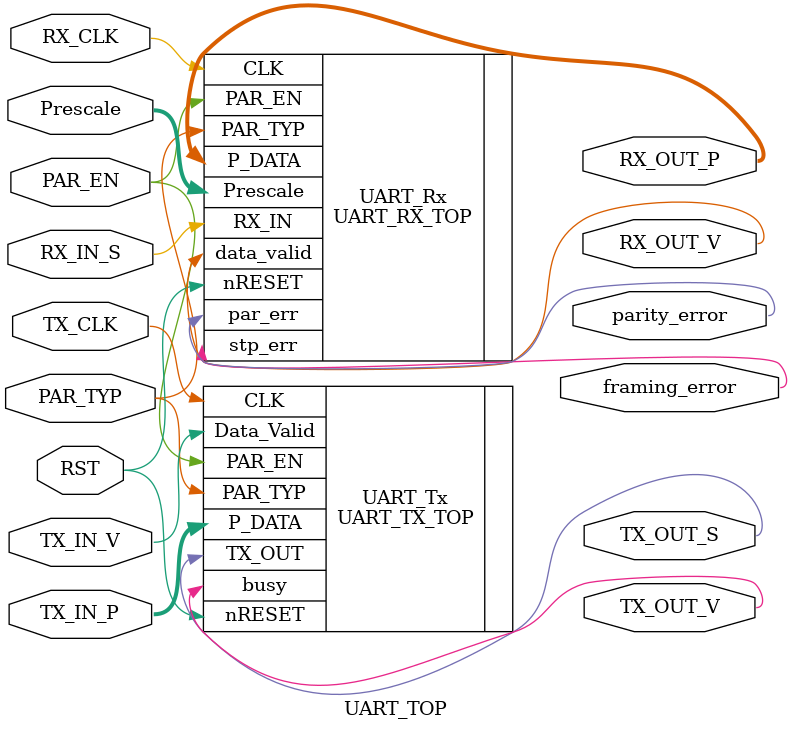
<source format=v>
module UART_TOP(
input wire TX_CLK, RX_CLK, RST,
input wire [5:0] Prescale,
input wire [7:0] TX_IN_P,
input wire TX_IN_V,
output wire TX_OUT_S, TX_OUT_V,
input wire RX_IN_S,
output wire [7:0] RX_OUT_P,
output wire RX_OUT_V,
output wire parity_error,
output wire framing_error,
input wire PAR_TYP, PAR_EN
);


UART_TX_TOP UART_Tx(
.CLK(TX_CLK), .nRESET(RST),
.P_DATA(TX_IN_P),
.Data_Valid(TX_IN_V), .PAR_EN(PAR_EN), .PAR_TYP(PAR_TYP),
.TX_OUT(TX_OUT_S), .busy(TX_OUT_V)
);


UART_RX_TOP UART_Rx(
.CLK(RX_CLK), .nRESET(RST),
.RX_IN(RX_IN_S), .PAR_EN(PAR_EN), .PAR_TYP(PAR_TYP),
.Prescale(Prescale),
.data_valid(RX_OUT_V),
.P_DATA(RX_OUT_P),
.par_err(parity_error),
.stp_err(framing_error)
);

endmodule
</source>
